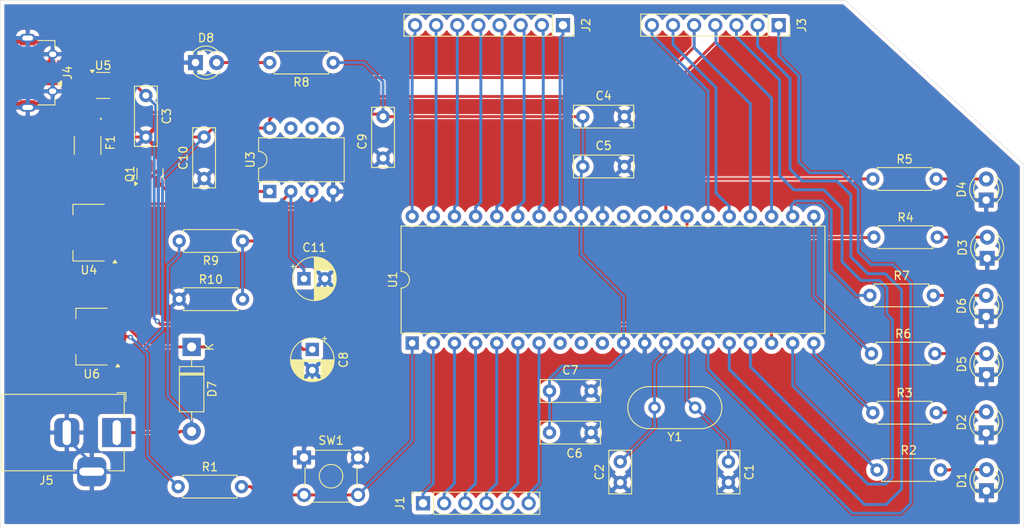
<source format=kicad_pcb>
(kicad_pcb (version 20240108) (generator "pcbnew") (generator_version "8.0")
  (title_block (title "Aula 1 - Carlos Daniel de Souza Nunes"))
  (layers (0 "F.Cu" signal) (31 "B.Cu" signal) (34 "B.Paste" user) (35 "F.Paste" user) (36 "B.SilkS" user "B.Silkscreen") (37 "F.SilkS" user "F.Silkscreen") (38 "B.Mask" user) (39 "F.Mask" user) (44 "Edge.Cuts" user))
  (net 0 "")
  (net 1 "Earth")
  (net 2 "+5V")
  (net 3 "osc2")
  (net 4 "osc1")
  (net 5 "Vusb")
  (net 6 "Net-(D7-K)")
  (net 7 "+3.3V")
  (net 8 "Net-(D1-A)")
  (net 9 "Net-(D2-A)")
  (net 10 "Net-(D3-A)")
  (net 11 "Net-(D4-A)")
  (net 12 "Net-(D5-A)")
  (net 13 "Net-(D6-A)")
  (net 14 "PwrIn")
  (net 15 "Net-(D8-A)")
  (net 16 "Net-(J4-VBUS)")
  (net 17 "RA2")
  (net 18 "RA4")
  (net 19 "RA1")
  (net 20 "RA3")
  (net 21 "RA0")
  (net 22 "RA5")
  (net 23 "RB1")
  (net 24 "RB4")
  (net 25 "RB6")
  (net 26 "RB3")
  (net 27 "RB7")
  (net 28 "RB5")
  (net 29 "RB2")
  (net 30 "RB0")
  (net 31 "RC4")
  (net 32 "RC1")
  (net 33 "RC5")
  (net 34 "RC6")
  (net 35 "RC2")
  (net 36 "RC7")
  (net 37 "RC0")
  (net 39 "USB_VCC")
  (net 40 "Net-(Q1-G)")
  (net 41 "Rst")
  (net 42 "RD0")
  (net 43 "RD1")
  (net 44 "RD4")
  (net 45 "RD5")
  (net 46 "RD2")
  (net 47 "RD3")
  (net 48 "Net-(U3A-+)")
  (net 54 "/USB_D-")
  (net 55 "/USB_D+")
  (footprint "Resistor_THT:R_Axial_DIN0207_L6.3mm_D2.5mm_P7.62mm_Horizontal" (layer "F.Cu") (at 134.88 120)
    (property "Reference" "R1" (at 3.81 -2.37 0) (layer "F.SilkS"))
    (property "Value" "10K")
    (pad "1" thru_hole circle (at 0 0) (size 1.6 1.6) (drill 0.8) (layers "*.Cu" "*.Mask") (net 2 "+5V"))
    (pad "2" thru_hole oval (at 7.62 0) (size 1.6 1.6) (drill 0.8) (layers "*.Cu" "*.Mask") (net 41 "Rst"))
  )
  (footprint "Connector_PinSocket_2.54mm:PinSocket_1x06_P2.54mm_Vertical" (layer "F.Cu") (at 164.3 122 90)
    (property "Reference" "J1" (at 0 -2.77 90) (layer "F.SilkS"))
    (property "Value" "PORTA")
    (pad "1" thru_hole rect (at 0 0 90) (size 1.7 1.7) (drill 1) (layers "*.Cu" "*.Mask") (net 21 "RA0"))
    (pad "2" thru_hole oval (at 0 2.54 90) (size 1.7 1.7) (drill 1) (layers "*.Cu" "*.Mask") (net 19 "RA1"))
    (pad "3" thru_hole oval (at 0 5.08 90) (size 1.7 1.7) (drill 1) (layers "*.Cu" "*.Mask") (net 17 "RA2"))
    (pad "4" thru_hole oval (at 0 7.62 90) (size 1.7 1.7) (drill 1) (layers "*.Cu" "*.Mask") (net 20 "RA3"))
    (pad "5" thru_hole oval (at 0 10.16 90) (size 1.7 1.7) (drill 1) (layers "*.Cu" "*.Mask") (net 18 "RA4"))
    (pad "6" thru_hole oval (at 0 12.7 90) (size 1.7 1.7) (drill 1) (layers "*.Cu" "*.Mask") (net 22 "RA5"))
  )
  (footprint "Resistor_THT:R_Axial_DIN0207_L6.3mm_D2.5mm_P7.62mm_Horizontal" (layer "F.Cu") (at 218.35 83)
    (property "Reference" "R5" (at 3.81 -2.37 0) (layer "F.SilkS"))
    (property "Value" "10K")
    (pad "1" thru_hole circle (at 0 0) (size 1.6 1.6) (drill 0.8) (layers "*.Cu" "*.Mask") (net 45 "RD5"))
    (pad "2" thru_hole oval (at 7.62 0) (size 1.6 1.6) (drill 0.8) (layers "*.Cu" "*.Mask") (net 11 "Net-(D4-A)"))
  )
  (footprint "Capacitor_THT:C_Rect_L7.0mm_W2.5mm_P5.00mm" (layer "F.Cu") (at 183.5 81.5)
    (property "Reference" "C5" (at 2.5 -2.5 0) (layer "F.SilkS"))
    (property "Value" "10n" (hide yes))
    (pad "1" thru_hole circle (at 0 0) (size 1.6 1.6) (drill 0.8) (layers "*.Cu" "*.Mask") (net 2 "+5V"))
    (pad "2" thru_hole circle (at 5 0) (size 1.6 1.6) (drill 0.8) (layers "*.Cu" "*.Mask") (net 1 "Earth"))
  )
  (footprint "Resistor_THT:R_Axial_DIN0207_L6.3mm_D2.5mm_P7.62mm_Horizontal" (layer "F.Cu") (at 218.47 90)
    (property "Reference" "R4" (at 3.81 -2.37 0) (layer "F.SilkS"))
    (property "Value" "10K")
    (pad "1" thru_hole circle (at 0 0) (size 1.6 1.6) (drill 0.8) (layers "*.Cu" "*.Mask") (net 44 "RD4"))
    (pad "2" thru_hole oval (at 7.62 0) (size 1.6 1.6) (drill 0.8) (layers "*.Cu" "*.Mask") (net 10 "Net-(D3-A)"))
  )
  (footprint "Package_TO_SOT_SMD:SOT-223-3_TabPin2" (layer "F.Cu") (at 124.5 101.9575 180)
    (property "Reference" "U6" (at 0 -4.5 0) (layer "F.SilkS"))
    (property "Value" "AMS1117-5.0")
    (pad "1" smd roundrect (at -3.15 -2.3 180) (size 2 1.5) (layers "F.Cu" "F.Paste" "F.Mask") (net 1 "Earth"))
    (pad "2" smd roundrect (at -3.15 0 180) (size 2 1.5) (layers "F.Cu" "F.Paste" "F.Mask") (net 2 "+5V"))
    (pad "2" smd roundrect (at 3.15 0 180) (size 2 3.8) (layers "F.Cu" "F.Paste" "F.Mask") (net 2 "+5V"))
    (pad "3" smd roundrect (at -3.15 2.3 180) (size 2 1.5) (layers "F.Cu" "F.Paste" "F.Mask") (net 6 "Net-(D7-K)"))
  )
  (footprint "Capacitor_THT:C_Rect_L7.0mm_W2.5mm_P5.00mm" (layer "F.Cu") (at 138 77.9575 -90)
    (property "Reference" "C10" (at 2.5 2.5 90) (layer "F.SilkS"))
    (property "Value" "100n" (hide yes))
    (pad "1" thru_hole circle (at 0 0 270) (size 1.6 1.6) (drill 0.8) (layers "*.Cu" "*.Mask") (net 2 "+5V"))
    (pad "2" thru_hole circle (at 5 0 270) (size 1.6 1.6) (drill 0.8) (layers "*.Cu" "*.Mask") (net 1 "Earth"))
  )
  (footprint "Resistor_THT:R_Axial_DIN0207_L6.3mm_D2.5mm_P7.62mm_Horizontal" (layer "F.Cu") (at 218.19 104)
    (property "Reference" "R6" (at 3.81 -2.37 0) (layer "F.SilkS"))
    (property "Value" "10K")
    (pad "1" thru_hole circle (at 0 0) (size 1.6 1.6) (drill 0.8) (layers "*.Cu" "*.Mask") (net 46 "RD2"))
    (pad "2" thru_hole oval (at 7.62 0) (size 1.6 1.6) (drill 0.8) (layers "*.Cu" "*.Mask") (net 12 "Net-(D5-A)"))
  )
  (footprint "Capacitor_THT:C_Rect_L7.0mm_W2.5mm_P5.00mm" (layer "F.Cu") (at 179.5 113.5)
    (property "Reference" "C6" (at 3 2.5 0) (layer "F.SilkS"))
    (property "Value" "100n" (hide yes))
    (pad "1" thru_hole circle (at 0 0) (size 1.6 1.6) (drill 0.8) (layers "*.Cu" "*.Mask") (net 2 "+5V"))
    (pad "2" thru_hole circle (at 5 0) (size 1.6 1.6) (drill 0.8) (layers "*.Cu" "*.Mask") (net 1 "Earth"))
  )
  (footprint "Library:FUSM4632X85" (layer "F.Cu") (at 124 78.9575 -90)
    (property "Reference" "F1" (at -0.325475 -2.738945 90) (layer "F.SilkS") (effects (font (size 1.001441 1.001441))))
    (property "Value" "MF-MSMF050-2" (hide yes))
    (pad "1" smd rect (at -2.1 0 270) (size 1.5 3.2) (layers "F.Cu" "F.Paste" "F.Mask") (net 16 "Net-(J4-VBUS)"))
    (pad "2" smd rect (at 2.1 0 270) (size 1.5 3.2) (layers "F.Cu" "F.Paste" "F.Mask") (net 39 "USB_VCC"))
  )
  (footprint "Connector_PinSocket_2.54mm:PinSocket_1x07_P2.54mm_Vertical" (layer "F.Cu") (at 207.04 64.5 -90)
    (property "Reference" "J3" (at 0 -2.77 90) (layer "F.SilkS"))
    (property "Value" "PORTC")
    (pad "1" thru_hole rect (at 0 0 270) (size 1.7 1.7) (drill 1) (layers "*.Cu" "*.Mask") (net 37 "RC0"))
    (pad "2" thru_hole oval (at 0 2.54 270) (size 1.7 1.7) (drill 1) (layers "*.Cu" "*.Mask") (net 32 "RC1"))
    (pad "3" thru_hole oval (at 0 5.08 270) (size 1.7 1.7) (drill 1) (layers "*.Cu" "*.Mask") (net 35 "RC2"))
    (pad "4" thru_hole oval (at 0 7.62 270) (size 1.7 1.7) (drill 1) (layers "*.Cu" "*.Mask") (net 31 "RC4"))
    (pad "5" thru_hole oval (at 0 10.16 270) (size 1.7 1.7) (drill 1) (layers "*.Cu" "*.Mask") (net 33 "RC5"))
    (pad "6" thru_hole oval (at 0 12.7 270) (size 1.7 1.7) (drill 1) (layers "*.Cu" "*.Mask") (net 34 "RC6"))
    (pad "7" thru_hole oval (at 0 15.24 270) (size 1.7 1.7) (drill 1) (layers "*.Cu" "*.Mask") (net 36 "RC7"))
  )
  (footprint "LED_THT:LED_D3.0mm" (layer "F.Cu") (at 231.97 99.54 90)
    (property "Reference" "D6" (at 1.27 -2.96 90) (layer "F.SilkS"))
    (property "Value" "RD0")
    (pad "1" thru_hole rect (at 0 0 90) (size 1.8 1.8) (drill 0.9) (layers "*.Cu" "*.Mask") (net 1 "Earth"))
    (pad "2" thru_hole circle (at 2.54 0 90) (size 1.8 1.8) (drill 0.9) (layers "*.Cu" "*.Mask") (net 13 "Net-(D6-A)"))
  )
  (footprint "Package_DIP:DIP-8_W7.62mm" (layer "F.Cu") (at 145.88 84.5 90)
    (property "Reference" "U3" (at 3.81 -2.33 90) (layer "F.SilkS"))
    (property "Value" "LM358" (hide yes))
    (pad "1" thru_hole rect (at 0 0 90) (size 1.6 1.6) (drill 0.8) (layers "*.Cu" "*.Mask") (net 40 "Net-(Q1-G)"))
    (pad "2" thru_hole oval (at 0 2.54 90) (size 1.6 1.6) (drill 0.8) (layers "*.Cu" "*.Mask") (net 7 "+3.3V"))
    (pad "3" thru_hole oval (at 0 5.08 90) (size 1.6 1.6) (drill 0.8) (layers "*.Cu" "*.Mask") (net 48 "Net-(U3A-+)"))
    (pad "4" thru_hole oval (at 0 7.62 90) (size 1.6 1.6) (drill 0.8) (layers "*.Cu" "*.Mask") (net 1 "Earth"))
    (pad "5" thru_hole oval (at 7.62 7.62 90) (size 1.6 1.6) (drill 0.8) (layers "*.Cu" "*.Mask"))
    (pad "6" thru_hole oval (at 7.62 5.08 90) (size 1.6 1.6) (drill 0.8) (layers "*.Cu" "*.Mask"))
    (pad "7" thru_hole oval (at 7.62 2.54 90) (size 1.6 1.6) (drill 0.8) (layers "*.Cu" "*.Mask"))
    (pad "8" thru_hole oval (at 7.62 0 90) (size 1.6 1.6) (drill 0.8) (layers "*.Cu" "*.Mask") (net 2 "+5V"))
  )
  (footprint "Capacitor_THT:C_Rect_L7.0mm_W2.5mm_P5.00mm" (layer "F.Cu") (at 131 72.9575 -90)
    (property "Reference" "C3" (at 2.5 -2.5 90) (layer "F.SilkS"))
    (property "Value" "220n" (hide yes))
    (pad "1" thru_hole circle (at 0 0 270) (size 1.6 1.6) (drill 0.8) (layers "*.Cu" "*.Mask") (net 5 "Vusb"))
    (pad "2" thru_hole circle (at 5 0 270) (size 1.6 1.6) (drill 0.8) (layers "*.Cu" "*.Mask") (net 1 "Earth"))
  )
  (footprint "Capacitor_THT:C_Disc_D5.0mm_W2.5mm_P2.50mm" (layer "F.Cu") (at 201 117 -90)
    (property "Reference" "C1" (at 1.25 -2.5 90) (layer "F.SilkS"))
    (property "Value" "22p")
    (pad "1" thru_hole circle (at 0 0 270) (size 1.6 1.6) (drill 0.8) (layers "*.Cu" "*.Mask") (net 3 "osc2"))
    (pad "2" thru_hole circle (at 2.5 0 270) (size 1.6 1.6) (drill 0.8) (layers "*.Cu" "*.Mask") (net 1 "Earth"))
  )
  (footprint "Capacitor_THT:C_Rect_L7.0mm_W2.5mm_P5.00mm" (layer "F.Cu") (at 159.5 75.5 -90)
    (property "Reference" "C9" (at 3 2.5 90) (layer "F.SilkS"))
    (property "Value" "100n" (hide yes))
    (pad "1" thru_hole circle (at 0 0 270) (size 1.6 1.6) (drill 0.8) (layers "*.Cu" "*.Mask") (net 2 "+5V"))
    (pad "2" thru_hole circle (at 5 0 270) (size 1.6 1.6) (drill 0.8) (layers "*.Cu" "*.Mask") (net 1 "Earth"))
  )
  (footprint "Resistor_THT:R_Axial_DIN0207_L6.3mm_D2.5mm_P7.62mm_Horizontal" (layer "F.Cu") (at 153.5 69 180)
    (property "Reference" "R8" (at 3.81 -2.37 0) (layer "F.SilkS"))
    (property "Value" "470")
    (pad "1" thru_hole circle (at 0 0 180) (size 1.6 1.6) (drill 0.8) (layers "*.Cu" "*.Mask") (net 2 "+5V"))
    (pad "2" thru_hole oval (at 7.62 0 180) (size 1.6 1.6) (drill 0.8) (layers "*.Cu" "*.Mask") (net 15 "Net-(D8-A)"))
  )
  (footprint "LED_THT:LED_D3.0mm" (layer "F.Cu") (at 232 120.5 90)
    (property "Reference" "D1" (at 1.27 -2.96 90) (layer "F.SilkS"))
    (property "Value" "RD0")
    (pad "1" thru_hole rect (at 0 0 90) (size 1.8 1.8) (drill 0.9) (layers "*.Cu" "*.Mask") (net 1 "Earth"))
    (pad "2" thru_hole circle (at 2.54 0 90) (size 1.8 1.8) (drill 0.9) (layers "*.Cu" "*.Mask") (net 8 "Net-(D1-A)"))
  )
  (footprint "Connector_PinSocket_2.54mm:PinSocket_1x08_P2.54mm_Vertical" (layer "F.Cu") (at 181.12 64.5 -90)
    (property "Reference" "J2" (at 0 -2.77 90) (layer "F.SilkS"))
    (property "Value" "PORTB")
    (pad "1" thru_hole rect (at 0 0 270) (size 1.7 1.7) (drill 1) (layers "*.Cu" "*.Mask") (net 30 "RB0"))
    (pad "2" thru_hole oval (at 0 2.54 270) (size 1.7 1.7) (drill 1) (layers "*.Cu" "*.Mask") (net 23 "RB1"))
    (pad "3" thru_hole oval (at 0 5.08 270) (size 1.7 1.7) (drill 1) (layers "*.Cu" "*.Mask") (net 29 "RB2"))
    (pad "4" thru_hole oval (at 0 7.62 270) (size 1.7 1.7) (drill 1) (layers "*.Cu" "*.Mask") (net 26 "RB3"))
    (pad "5" thru_hole oval (at 0 10.16 270) (size 1.7 1.7) (drill 1) (layers "*.Cu" "*.Mask") (net 24 "RB4"))
    (pad "6" thru_hole oval (at 0 12.7 270) (size 1.7 1.7) (drill 1) (layers "*.Cu" "*.Mask") (net 28 "RB5"))
    (pad "7" thru_hole oval (at 0 15.24 270) (size 1.7 1.7) (drill 1) (layers "*.Cu" "*.Mask") (net 25 "RB6"))
    (pad "8" thru_hole oval (at 0 17.78 270) (size 1.7 1.7) (drill 1) (layers "*.Cu" "*.Mask") (net 27 "RB7"))
  )
  (footprint "LED_THT:LED_D3.0mm" (layer "F.Cu") (at 136.96 69)
    (property "Reference" "D8" (at 1.27 -2.96 0) (layer "F.SilkS"))
    (property "Value" "RD0" (hide yes))
    (pad "1" thru_hole rect (at 0 0) (size 1.8 1.8) (drill 0.9) (layers "*.Cu" "*.Mask") (net 1 "Earth"))
    (pad "2" thru_hole circle (at 2.54 0) (size 1.8 1.8) (drill 0.9) (layers "*.Cu" "*.Mask") (net 15 "Net-(D8-A)"))
  )
  (footprint "Crystal:Crystal_HC49-U_Vertical" (layer "F.Cu") (at 197 110.5 180)
    (property "Reference" "Y1" (at 2.44 -3.525 0) (layer "F.SilkS"))
    (property "Value" "16MHz")
    (pad "1" thru_hole circle (at 0 0 180) (size 1.5 1.5) (drill 0.8) (layers "*.Cu" "*.Mask") (net 3 "osc2"))
    (pad "2" thru_hole circle (at 4.88 0 180) (size 1.5 1.5) (drill 0.8) (layers "*.Cu" "*.Mask") (net 4 "osc1"))
  )
  (footprint "LED_THT:LED_D3.0mm" (layer "F.Cu") (at 231.97 113.54 90)
    (property "Reference" "D2" (at 1.27 -2.96 90) (layer "F.SilkS"))
    (property "Value" "RD0")
    (pad "1" thru_hole rect (at 0 0 90) (size 1.8 1.8) (drill 0.9) (layers "*.Cu" "*.Mask") (net 1 "Earth"))
    (pad "2" thru_hole circle (at 2.54 0 90) (size 1.8 1.8) (drill 0.9) (layers "*.Cu" "*.Mask") (net 9 "Net-(D2-A)"))
  )
  (footprint "Capacitor_THT:CP_Radial_D5.0mm_P2.50mm" (layer "F.Cu") (at 150 95)
    (property "Reference" "C11" (at 1.25 -3.75 0) (layer "F.SilkS"))
    (property "Value" "10u")
    (pad "1" thru_hole rect (at 0 0) (size 1.6 1.6) (drill 0.8) (layers "*.Cu" "*.Mask") (net 7 "+3.3V"))
    (pad "2" thru_hole circle (at 2.5 0) (size 1.6 1.6) (drill 0.8) (layers "*.Cu" "*.Mask") (net 1 "Earth"))
  )
  (footprint "Package_TO_SOT_SMD:SOT-223-3_TabPin2" (layer "F.Cu") (at 124.15 89.4575 180)
    (property "Reference" "U4" (at 0 -4.5 0) (layer "F.SilkS"))
    (property "Value" "AMS1117-3.3")
    (pad "1" smd roundrect (at -3.15 -2.3 180) (size 2 1.5) (layers "F.Cu" "F.Paste" "F.Mask") (net 1 "Earth"))
    (pad "2" smd roundrect (at -3.15 0 180) (size 2 1.5) (layers "F.Cu" "F.Paste" "F.Mask") (net 7 "+3.3V"))
    (pad "2" smd roundrect (at 3.15 0 180) (size 2 3.8) (layers "F.Cu" "F.Paste" "F.Mask") (net 7 "+3.3V"))
    (pad "3" smd roundrect (at -3.15 2.3 180) (size 2 1.5) (layers "F.Cu" "F.Paste" "F.Mask") (net 2 "+5V"))
  )
  (footprint "Resistor_THT:R_Axial_DIN0207_L6.3mm_D2.5mm_P7.62mm_Horizontal" (layer "F.Cu") (at 135 97.4575)
    (property "Reference" "R10" (at 3.81 -2.37 0) (layer "F.SilkS"))
    (property "Value" "10k" (hide yes))
    (pad "1" thru_hole circle (at 0 0) (size 1.6 1.6) (drill 0.8) (layers "*.Cu" "*.Mask") (net 1 "Earth"))
    (pad "2" thru_hole oval (at 7.62 0) (size 1.6 1.6) (drill 0.8) (layers "*.Cu" "*.Mask") (net 48 "Net-(U3A-+)"))
  )
  (footprint "LED_THT:LED_D3.0mm" (layer "F.Cu") (at 232.09 92.54 90)
    (property "Reference" "D3" (at 1.27 -2.96 90) (layer "F.SilkS"))
    (property "Value" "RD0")
    (pad "1" thru_hole rect (at 0 0 90) (size 1.8 1.8) (drill 0.9) (layers "*.Cu" "*.Mask") (net 1 "Earth"))
    (pad "2" thru_hole circle (at 2.54 0 90) (size 1.8 1.8) (drill 0.9) (layers "*.Cu" "*.Mask") (net 10 "Net-(D3-A)"))
  )
  (footprint "Resistor_THT:R_Axial_DIN0207_L6.3mm_D2.5mm_P7.62mm_Horizontal" (layer "F.Cu") (at 218.35 111.11)
    (property "Reference" "R3" (at 3.81 -2.37 0) (layer "F.SilkS"))
    (property "Value" "10K")
    (pad "1" thru_hole circle (at 0 0) (size 1.6 1.6) (drill 0.8) (layers "*.Cu" "*.Mask") (net 43 "RD1"))
    (pad "2" thru_hole oval (at 7.62 0) (size 1.6 1.6) (drill 0.8) (layers "*.Cu" "*.Mask") (net 9 "Net-(D2-A)"))
  )
  (footprint "Capacitor_THT:C_Rect_L7.0mm_W2.5mm_P5.00mm" (layer "F.Cu") (at 183.5 75.5)
    (property "Reference" "C4" (at 2.5 -2.5 0) (layer "F.SilkS"))
    (property "Value" "100n" (hide yes))
    (pad "1" thru_hole circle (at 0 0) (size 1.6 1.6) (drill 0.8) (layers "*.Cu" "*.Mask") (net 2 "+5V"))
    (pad "2" thru_hole circle (at 5 0) (size 1.6 1.6) (drill 0.8) (layers "*.Cu" "*.Mask") (net 1 "Earth"))
  )
  (footprint "Resistor_THT:R_Axial_DIN0207_L6.3mm_D2.5mm_P7.62mm_Horizontal" (layer "F.Cu") (at 142.62 90.4575 180)
    (property "Reference" "R9" (at 3.81 -2.37 0) (layer "F.SilkS"))
    (property "Value" "10k" (hide yes))
    (pad "1" thru_hole circle (at 0 0 180) (size 1.6 1.6) (drill 0.8) (layers "*.Cu" "*.Mask") (net 48 "Net-(U3A-+)"))
    (pad "2" thru_hole oval (at 7.62 0 180) (size 1.6 1.6) (drill 0.8) (layers "*.Cu" "*.Mask") (net 14 "PwrIn"))
  )
  (footprint "Capacitor_THT:CP_Radial_D5.0mm_P2.50mm" (layer "F.Cu") (at 151 103.5 -90)
    (property "Reference" "C8" (at 1.25 -3.75 90) (layer "F.SilkS"))
    (property "Value" "10u")
    (pad "1" thru_hole rect (at 0 0 270) (size 1.6 1.6) (drill 0.8) (layers "*.Cu" "*.Mask") (net 6 "Net-(D7-K)"))
    (pad "2" thru_hole circle (at 2.5 0 270) (size 1.6 1.6) (drill 0.8) (layers "*.Cu" "*.Mask") (net 1 "Earth"))
  )
  (footprint "LED_THT:LED_D3.0mm" (layer "F.Cu") (at 232 106.54 90)
    (property "Reference" "D5" (at 1.27 -2.96 90) (layer "F.SilkS"))
    (property "Value" "RD0")
    (pad "1" thru_hole rect (at 0 0 90) (size 1.8 1.8) (drill 0.9) (layers "*.Cu" "*.Mask") (net 1 "Earth"))
    (pad "2" thru_hole circle (at 2.54 0 90) (size 1.8 1.8) (drill 0.9) (layers "*.Cu" "*.Mask") (net 12 "Net-(D5-A)"))
  )
  (footprint "Package_TO_SOT_SMD:SOT-23" (layer "F.Cu") (at 131.5 82.395 90)
    (property "Reference" "Q1" (at 0 -2.4 90) (layer "F.SilkS"))
    (property "Value" "PMOS" (hide yes))
    (pad "1" smd roundrect (at -0.9375 -0.95 90) (size 1.475 0.6) (layers "F.Cu" "F.Paste" "F.Mask") (net 2 "+5V"))
    (pad "2" smd roundrect (at -0.9375 0.95 90) (size 1.475 0.6) (layers "F.Cu" "F.Paste" "F.Mask") (net 40 "Net-(Q1-G)"))
    (pad "3" smd roundrect (at 0.9375 0 90) (size 1.475 0.6) (layers "F.Cu" "F.Paste" "F.Mask") (net 39 "USB_VCC"))
  )
  (footprint "Capacitor_THT:C_Disc_D5.0mm_W2.5mm_P2.50mm" (layer "F.Cu") (at 188 119.5 90)
    (property "Reference" "C2" (at 1.25 -2.5 90) (layer "F.SilkS"))
    (property "Value" "22p")
    (pad "1" thru_hole circle (at 0 0 90) (size 1.6 1.6) (drill 0.8) (layers "*.Cu" "*.Mask") (net 1 "Earth"))
    (pad "2" thru_hole circle (at 2.5 0 90) (size 1.6 1.6) (drill 0.8) (layers "*.Cu" "*.Mask") (net 4 "osc1"))
  )
  (footprint "Button_Switch_THT:SW_TH_Tactile_Omron_B3F-10xx" (layer "F.Cu") (at 150 116.5)
    (property "Reference" "SW1" (at 3.25 -2.05 0) (layer "F.SilkS"))
    (property "Value" "reset" (hide yes))
    (pad "1" thru_hole rect (at 0 0) (size 1.7 1.7) (drill 1) (layers "*.Cu" "*.Mask") (net 1 "Earth"))
    (pad "1" thru_hole circle (at 6.5 0) (size 1.7 1.7) (drill 1) (layers "*.Cu" "*.Mask") (net 1 "Earth"))
    (pad "2" thru_hole circle (at 0 4.5) (size 1.7 1.7) (drill 1) (layers "*.Cu" "*.Mask") (net 41 "Rst"))
    (pad "2" thru_hole circle (at 6.5 4.5) (size 1.7 1.7) (drill 1) (layers "*.Cu" "*.Mask") (net 41 "Rst"))
  )
  (footprint "Diode_THT:D_DO-41_SOD81_P10.16mm_Horizontal" (layer "F.Cu") (at 136.5 103.2 -90)
    (property "Reference" "D7" (at 5.08 -2.47 90) (layer "F.SilkS"))
    (property "Value" "D_Small" (hide yes))
    (fp_text user "K" (at 0 -2.1 90) (layer "F.SilkS"))
    (pad "1" thru_hole rect (at 0 0 270) (size 2.2 2.2) (drill 1.1) (layers "*.Cu" "*.Mask") (net 6 "Net-(D7-K)"))
    (pad "2" thru_hole oval (at 10.16 0 270) (size 2.2 2.2) (drill 1.1) (layers "*.Cu" "*.Mask") (net 14 "PwrIn"))
  )
  (footprint "LED_THT:LED_D3.0mm" (layer "F.Cu") (at 231.97 85.54 90)
    (property "Reference" "D4" (at 1.27 -2.96 90) (layer "F.SilkS"))
    (property "Value" "RD0")
    (pad "1" thru_hole rect (at 0 0 90) (size 1.8 1.8) (drill 0.9) (layers "*.Cu" "*.Mask") (net 1 "Earth"))
    (pad "2" thru_hole circle (at 2.54 0 90) (size 1.8 1.8) (drill 0.9) (layers "*.Cu" "*.Mask") (net 11 "Net-(D4-A)"))
  )
  (footprint "Package_DIP:DIP-40_W15.24mm" (layer "F.Cu") (at 163 102.74 90)
    (property "Reference" "U1" (at 7.62 -2.33 90) (layer "F.SilkS"))
    (property "Value" "PIC18F4550-IP")
    (pad "1" thru_hole rect (at 0 0 90) (size 1.6 1.6) (drill 0.8) (layers "*.Cu" "*.Mask") (net 41 "Rst"))
    (pad "2" thru_hole oval (at 0 2.54 90) (size 1.6 1.6) (drill 0.8) (layers "*.Cu" "*.Mask") (net 21 "RA0"))
    (pad "3" thru_hole oval (at 0 5.08 90) (size 1.6 1.6) (drill 0.8) (layers "*.Cu" "*.Mask") (net 19 "RA1"))
    (pad "4" thru_hole oval (at 0 7.62 90) (size 1.6 1.6) (drill 0.8) (layers "*.Cu" "*.Mask") (net 17 "RA2"))
    (pad "5" thru_hole oval (at 0 10.16 90) (size 1.6 1.6) (drill 0.8) (layers "*.Cu" "*.Mask") (net 20 "RA3"))
    (pad "6" thru_hole oval (at 0 12.7 90) (size 1.6 1.6) (drill 0.8) (layers "*.Cu" "*.Mask") (net 18 "RA4"))
    (pad "7" thru_hole oval (at 0 15.24 90) (size 1.6 1.6) (drill 0.8) (layers "*.Cu" "*.Mask") (net 22 "RA5"))
    (pad "8" thru_hole oval (at 0 17.78 90) (size 1.6 1.6) (drill 0.8) (layers "*.Cu" "*.Mask"))
    (pad "9" thru_hole oval (at 0 20.32 90) (size 1.6 1.6) (drill 0.8) (layers "*.Cu" "*.Mask"))
    (pad "10" thru_hole oval (at 0 22.86 90) (size 1.6 1.6) (drill 0.8) (layers "*.Cu" "*.Mask"))
    (pad "11" thru_hole oval (at 0 25.4 90) (size 1.6 1.6) (drill 0.8) (layers "*.Cu" "*.Mask") (net 2 "+5V"))
    (pad "12" thru_hole oval (at 0 27.94 90) (size 1.6 1.6) (drill 0.8) (layers "*.Cu" "*.Mask") (net 1 "Earth"))
    (pad "13" thru_hole oval (at 0 30.48 90) (size 1.6 1.6) (drill 0.8) (layers "*.Cu" "*.Mask") (net 4 "osc1"))
    (pad "14" thru_hole oval (at 0 33.02 90) (size 1.6 1.6) (drill 0.8) (layers "*.Cu" "*.Mask") (net 3 "osc2"))
    (pad "15" thru_hole oval (at 0 35.56 90) (size 1.6 1.6) (drill 0.8) (layers "*.Cu" "*.Mask") (net 37 "RC0"))
    (pad "16" thru_hole oval (at 0 38.1 90) (size 1.6 1.6) (drill 0.8) (layers "*.Cu" "*.Mask") (net 32 "RC1"))
    (pad "17" thru_hole oval (at 0 40.64 90) (size 1.6 1.6) (drill 0.8) (layers "*.Cu" "*.Mask") (net 35 "RC2"))
    (pad "18" thru_hole oval (at 0 43.18 90) (size 1.6 1.6) (drill 0.8) (layers "*.Cu" "*.Mask") (net 5 "Vusb"))
    (pad "19" thru_hole oval (at 0 45.72 90) (size 1.6 1.6) (drill 0.8) (layers "*.Cu" "*.Mask") (net 42 "RD0"))
    (pad "20" thru_hole oval (at 0 48.26 90) (size 1.6 1.6) (drill 0.8) (layers "*.Cu" "*.Mask") (net 43 "RD1"))
    (pad "21" thru_hole oval (at 15.24 48.26 90) (size 1.6 1.6) (drill 0.8) (layers "*.Cu" "*.Mask") (net 46 "RD2"))
    (pad "22" thru_hole oval (at 15.24 45.72 90) (size 1.6 1.6) (drill 0.8) (layers "*.Cu" "*.Mask") (net 47 "RD3"))
    (pad "23" thru_hole oval (at 15.24 43.18 90) (size 1.6 1.6) (drill 0.8) (layers "*.Cu" "*.Mask") (net 31 "RC4"))
    (pad "24" thru_hole oval (at 15.24 40.64 90) (size 1.6 1.6) (drill 0.8) (layers "*.Cu" "*.Mask") (net 33 "RC5"))
    (pad "25" thru_hole oval (at 15.24 38.1 90) (size 1.6 1.6) (drill 0.8) (layers "*.Cu" "*.Mask") (net 34 "RC6"))
    (pad "26" thru_hole oval (at 15.24 35.56 90) (size 1.6 1.6) (drill 0.8) (layers "*.Cu" "*.Mask") (net 36 "RC7"))
    (pad "27" thru_hole oval (at 15.24 33.02 90) (size 1.6 1.6) (drill 0.8) (layers "*.Cu" "*.Mask") (net 44 "RD4"))
    (pad "28" thru_hole oval (at 15.24 30.48 90) (size 1.6 1.6) (drill 0.8) (layers "*.Cu" "*.Mask") (net 45 "RD5"))
    (pad "29" thru_hole oval (at 15.24 27.94 90) (size 1.6 1.6) (drill 0.8) (layers "*.Cu" "*.Mask"))
    (pad "30" thru_hole oval (at 15.24 25.4 90) (size 1.6 1.6) (drill 0.8) (layers "*.Cu" "*.Mask"))
    (pad "31" thru_hole oval (at 15.24 22.86 90) (size 1.6 1.6) (drill 0.8) (layers "*.Cu" "*.Mask") (net 1 "Earth"))
    (pad "32" thru_hole oval (at 15.24 20.32 90) (size 1.6 1.6) (drill 0.8) (layers "*.Cu" "*.Mask") (net 2 "+5V"))
    (pad "33" thru_hole oval (at 15.24 17.78 90) (size 1.6 1.6) (drill 0.8) (layers "*.Cu" "*.Mask") (net 30 "RB0"))
    (pad "34" thru_hole oval (at 15.24 15.24 90) (size 1.6 1.6) (drill 0.8) (layers "*.Cu" "*.Mask") (net 23 "RB1"))
    (pad "35" thru_hole oval (at 15.24 12.7 90) (size 1.6 1.6) (drill 0.8) (layers "*.Cu" "*.Mask") (net 29 "RB2"))
    (pad "36" thru_hole oval (at 15.24 10.16 90) (size 1.6 1.6) (drill 0.8) (layers "*.Cu" "*.Mask") (net 26 "RB3"))
    (pad "37" thru_hole oval (at 15.24 7.62 90) (size 1.6 1.6) (drill 0.8) (layers "*.Cu" "*.Mask") (net 24 "RB4"))
    (pad "38" thru_hole oval (at 15.24 5.08 90) (size 1.6 1.6) (drill 0.8) (layers "*.Cu" "*.Mask") (net 28 "RB5"))
    (pad "39" thru_hole oval (at 15.24 2.54 90) (size 1.6 1.6) (drill 0.8) (layers "*.Cu" "*.Mask") (net 25 "RB6"))
    (pad "40" thru_hole oval (at 15.24 0 90) (size 1.6 1.6) (drill 0.8) (layers "*.Cu" "*.Mask") (net 27 "RB7"))
  )
  (footprint "Connector_BarrelJack:BarrelJack_Horizontal" (layer "F.Cu") (at 127.5 113.5)
    (property "Reference" "J5" (at -8.45 5.75 0) (layer "F.SilkS"))
    (property "Value" "Barrel_Jack_Switch" (hide yes))
    (pad "1" thru_hole rect (at 0 0) (size 3.5 3.5) (drill oval 1 3) (layers "*.Cu" "*.Mask") (net 14 "PwrIn"))
    (pad "2" thru_hole roundrect (at -6 0) (size 3 3.5) (drill oval 1 3) (layers "*.Cu" "*.Mask") (net 1 "Earth"))
    (pad "3" thru_hole roundrect (at -3 4.7) (size 3.5 3.5) (drill oval 3 1) (layers "*.Cu" "*.Mask") (net 1 "Earth"))
  )
  (footprint "Connector_USB:USB_Micro-AB_Molex_47590-0001" (layer "F.Cu") (at 116.45 70.225 -90)
    (property "Reference" "J4" (at 0 -5.15 90) (layer "F.SilkS"))
    (property "Value" "USB" (hide yes))
    (pad "1" smd roundrect (at 1.3 -3.025 270) (size 0.4 1.35) (layers "F.Cu" "F.Paste" "F.Mask") (net 16 "Net-(J4-VBUS)"))
    (pad "2" smd roundrect (at 0.65 -3.025 270) (size 0.4 1.35) (layers "F.Cu" "F.Paste" "F.Mask") (net 54 "/USB_D-"))
    (pad "3" smd roundrect (at 0 -3.025 270) (size 0.4 1.35) (layers "F.Cu" "F.Paste" "F.Mask") (net 55 "/USB_D+"))
    (pad "4" smd roundrect (at -0.65 -3.025 270) (size 0.4 1.35) (layers "F.Cu" "F.Paste" "F.Mask"))
    (pad "5" smd roundrect (at -1.3 -3.025 270) (size 0.4 1.35) (layers "F.Cu" "F.Paste" "F.Mask") (net 1 "Earth"))
    (pad "6" thru_hole oval (at -4.175 -0.35 270) (size 1 1.9) (drill oval 0.6 1.3) (property pad_prop_heatsink) (layers "*.Cu" "*.Mask") (net 1 "Earth"))
    (pad "6" smd rect (at -3.7375 -0.35 270) (size 0.875 1.9) (layers "F.Cu" "F.Mask") (net 1 "Earth"))
    (pad "6" thru_hole oval (at -2.225 -3.35 270) (size 1.05 1.25) (drill oval 0.65 0.85) (property pad_prop_heatsink) (layers "*.Cu" "*.Mask") (net 1 "Earth"))
    (pad "6" smd roundrect (at 0 -0.35 270) (size 2.9 1.9) (layers "F.Cu" "F.Paste" "F.Mask") (roundrect_rratio 0.1315789474) (net 1 "Earth"))
    (pad "6" thru_hole oval (at 2.225 -3.35 270) (size 1.05 1.25) (drill oval 0.65 0.85) (property pad_prop_heatsink) (layers "*.Cu" "*.Mask") (net 1 "Earth"))
    (pad "6" smd rect (at 3.7375 -0.35 270) (size 0.875 1.9) (layers "F.Cu" "F.Mask") (net 1 "Earth"))
    (pad "6" thru_hole oval (at 4.175 -0.35 270) (size 1 1.9) (drill oval 0.6 1.3) (property pad_prop_heatsink) (layers "*.Cu" "*.Mask") (net 1 "Earth"))
  )
  (footprint "Capacitor_THT:C_Rect_L7.0mm_W2.5mm_P5.00mm" (layer "F.Cu") (at 179.5 108.5)
    (property "Reference" "C7" (at 2.5 -2.5 0) (layer "F.SilkS"))
    (property "Value" "10n" (hide yes))
    (pad "1" thru_hole circle (at 0 0) (size 1.6 1.6) (drill 0.8) (layers "*.Cu" "*.Mask") (net 2 "+5V"))
    (pad "2" thru_hole circle (at 5 0) (size 1.6 1.6) (drill 0.8) (layers "*.Cu" "*.Mask") (net 1 "Earth"))
  )
  (footprint "Package_TO_SOT_SMD:SOT-23-6" (layer "F.Cu") (at 125.8625 71.75)
    (property "Reference" "U5" (at 0 -2.4 0) (layer "F.SilkS"))
    (property "Value" "USBLC6-2SC6" (hide yes))
    (pad "1" smd roundrect (at -1.1375 -0.95) (size 1.325 0.6) (layers "F.Cu" "F.Paste" "F.Mask") (net 55 "/USB_D+"))
    (pad "2" smd roundrect (at -1.1375 0) (size 1.325 0.6) (layers "F.Cu" "F.Paste" "F.Mask") (net 1 "Earth"))
    (pad "3" smd roundrect (at -1.1375 0.95) (size 1.325 0.6) (layers "F.Cu" "F.Paste" "F.Mask") (net 54 "/USB_D-"))
    (pad "4" smd roundrect (at 1.1375 0.95) (size 1.325 0.6) (layers "F.Cu" "F.Paste" "F.Mask") (net 31 "RC4"))
    (pad "5" smd roundrect (at 1.1375 0) (size 1.325 0.6) (layers "F.Cu" "F.Paste" "F.Mask") (net 5 "Vusb"))
    (pad "6" smd roundrect (at 1.1375 -0.95) (size 1.325 0.6) (layers "F.Cu" "F.Paste" "F.Mask") (net 33 "RC5"))
  )
  (footprint "Resistor_THT:R_Axial_DIN0207_L6.3mm_D2.5mm_P7.62mm_Horizontal" (layer "F.Cu") (at 218 97)
    (property "Reference" "R7" (at 3.81 -2.37 0) (layer "F.SilkS"))
    (property "Value" "10K")
    (pad "1" thru_hole circle (at 0 0) (size 1.6 1.6) (drill 0.8) (layers "*.Cu" "*.Mask") (net 47 "RD3"))
    (pad "2" thru_hole oval (at 7.62 0) (size 1.6 1.6) (drill 0.8) (layers "*.Cu" "*.Mask") (net 13 "Net-(D6-A)"))
  )
  (footprint "Resistor_THT:R_Axial_DIN0207_L6.3mm_D2.5mm_P7.62mm_Horizontal" (layer "F.Cu") (at 218.85 118)
    (property "Reference" "R2" (at 3.81 -2.37 0) (layer "F.SilkS"))
    (property "Value" "10K")
    (pad "1" thru_hole circle (at 0 0) (size 1.6 1.6) (drill 0.8) (layers "*.Cu" "*.Mask") (net 42 "RD0"))
    (pad "2" thru_hole oval (at 7.62 0) (size 1.6 1.6) (drill 0.8) (layers "*.Cu" "*.Mask") (net 8 "Net-(D1-A)"))
  )
  (gr_poly (pts (xy 215 61.5) (xy 236.5 81.25) (xy 236.5 125) (xy 113.5 125) (xy 113.5 61.5)) (stroke (width 0.05)) (fill none) (layer "Edge.Cuts"))
  (segment (start 125.6 71.75) (end 125.85 72) (width 0.35) (layer "F.Cu") (net 1))
  (segment (start 117.5 74.4) (end 117.5 73.9625) (width 0.35) (layer "F.Cu") (net 1))
  (segment (start 125.85 72) (end 125.85 75) (width 0.35) (layer "F.Cu") (net 1))
  (segment (start 117.5 66.4875) (end 117.5 66.05) (width 0.35) (layer "F.Cu") (net 1))
  (segment (start 127.65 104.258) (end 127.65 104.2575) (width 0.2) (layer "F.Cu") (net 1))
  (segment (start 131 77.9575) (end 131 78) (width 0.35) (layer "F.Cu") (net 1))
  (segment (start 128.8075 77.9575) (end 131 77.9575) (width 0.35) (layer "F.Cu") (net 1))
  (segment (start 124.725 71.75) (end 125.6 71.75) (width 0.35) (layer "F.Cu") (net 1))
  (segment (start 119.475 68.325) (end 119.8 68) (width 0.35) (layer "F.Cu") (net 1))
  (segment (start 119.475 68.925) (end 119.475 68.325) (width 0.35) (layer "F.Cu") (net 1))
  (segment (start 159.68 80.3197) (end 159.5 80.5) (width 0.35) (layer "F.Cu") (net 1))
  (segment (start 125.85 75) (end 128.8075 77.9575) (width 0.35) (layer "F.Cu") (net 1))
  (segment (start 150 115.348) (end 151 114.348) (width 0.35) (layer "B.Cu") (net 1))
  (segment (start 151 106) (end 152.5 104.5) (width 0.35) (layer "B.Cu") (net 1))
  (segment (start 122.5 115.2) (end 122.5 113.5) (width 0.35) (layer "B.Cu") (net 1))
  (segment (start 150 116.5) (end 150 115.348) (width 0.35) (layer "B.Cu") (net 1))
  (segment (start 151 114.348) (end 151 106) (width 0.35) (layer "B.Cu") (net 1))
  (segment (start 152.5 104.5) (end 152.5 95) (width 0.35) (layer "B.Cu") (net 1))
  (segment (start 125.5 118.2) (end 122.5 115.2) (width 0.35) (layer "B.Cu") (net 1))
  (segment (start 127.3 86.5825) (end 130.55 83.3325) (width 0.35) (layer "F.Cu") (net 2))
  (segment (start 131.062 83.3325) (end 136.437 77.9575) (width 0.35) (layer "F.Cu") (net 2))
  (segment (start 121.35 101.958) (end 121.3505 101.958) (width 0.35) (layer "F.Cu") (net 2))
  (segment (start 121.3505 101.958) (end 127.6495 101.958) (width 0.35) (layer "F.Cu") (net 2))
  (segment (start 130.55 83.3325) (end 131.062 83.3325) (width 0.35) (layer "F.Cu") (net 2))
  (segment (start 139.078 76.88) (end 138 77.9575) (width 0.35) (layer "F.Cu") (net 2))
  (segment (start 145.88 75.82) (end 145.88 76.88) (width 0.35) (layer "F.Cu") (net 2))
  (segment (start 127.3 87.1575) (end 127.3 86.5825) (width 0.35) (layer "F.Cu") (net 2))
  (segment (start 159.2 75.2) (end 146.5 75.2) (width 0.35) (layer "F.Cu") (net 2))
  (segment (start 145.88 76.88) (end 139.078 76.88) (width 0.35) (layer "F.Cu") (net 2))
  (segment (start 127.6495 101.958) (end 127.65 101.9575) (width 0.2) (layer "F.Cu") (net 2))
  (segment (start 127.6495 101.958) (end 129.098 101.958) (width 0.35) (layer "F.Cu") (net 2))
  (segment (start 159.5 75.5) (end 183.5 75.5) (width 0.35) (layer "F.Cu") (net 2))
  (segment (start 121.3505 101.958) (end 121.35 101.9575) (width 0.2) (layer "F.Cu") (net 2))
  (segment (start 136.437 77.9575) (end 138 77.9575) (width 0.35) (layer "F.Cu") (net 2))
  (segment (start 159.5 75.5) (end 159.2 75.2) (width 0.35) (layer "F.Cu") (net 2))
  (segment (start 129.098 101.958) (end 129.164 102.024) (width 0.35) (layer "F.Cu") (net 2))
  (segment (start 146.5 75.2) (end 145.88 75.82) (width 0.35) (layer "F.Cu") (net 2))
  (via (at 129.164 102.024) (size 0.6) (drill 0.3) (layers "F.Cu" "B.Cu") (net 2))
  (segment (start 188.4 97.15) (end 183.32 92.07) (width 0.35) (layer "B.Cu") (net 2))
  (segment (start 179.5 107) (end 181 105.5) (width 0.35) (layer "B.Cu") (net 2))
  (segment (start 183.32 92.07) (end 183.32 87.5) (width 0.35) (layer "B.Cu") (net 2))
  (segment (start 133 82.958) (end 133 101.129) (width 0.35) (layer "B.Cu") (net 2))
  (segment (start 131.211 116.331) (end 131.211 104.07) (width 0.35) (layer "B.Cu") (net 2))
  (segment (start 186.8 105.5) (end 188.4 103.9) (width 0.35) (layer "B.Cu") (net 2))
  (segment (start 183.5 75.5) (end 183.5 81.5) (width 0.35) (layer "B.Cu") (net 2))
  (segment (start 133.852 82.106) (end 133 82.958) (width 0.35) (layer "B.Cu") (net 2))
  (segment (start 188.4 103.9) (end 188.4 102.74) (width 0.35) (layer "B.Cu") (net 2))
  (segment (start 179.5 108.5) (end 179.5 107) (width 0.35) (layer "B.Cu") (net 2))
  (segment (start 183.32 87.5) (end 183.32 81.68) (width 0.35) (layer "B.Cu") (net 2))
  (segment (start 159.5 71.3) (end 159.5 75.5) (width 0.35) (layer "B.Cu") (net 2))
  (segment (start 130.635 103.494) (end 129.164 102.024) (width 0.35) (layer "B.Cu") (net 2))
  (segment (start 138 77.9575) (end 133.852 82.106) (width 0.35) (layer "B.Cu") (net 2))
  (segment (start 134.88 120) (end 131.211 116.331) (width 0.35) (layer "B.Cu") (net 2))
  (segment (start 133 101.129) (end 130.635 103.494) (width 0.35) (layer "B.Cu") (net 2))
  (segment (start 157.2 69) (end 159.5 71.3) (width 0.35) (layer "B.Cu") (net 2))
  (segment (start 153.5 69) (end 157.2 69) (width 0.35) (layer "B.Cu") (net 2))
  (segment (start 131.211 104.07) (end 130.635 103.494) (width 0.35) (layer "B.Cu") (net 2))
  (segment (start 188.4 102.74) (end 188.4 97.15) (width 0.35) (layer "B.Cu") (net 2))
  (segment (start 183.32 81.68) (end 183.5 81.5) (width 0.35) (layer "B.Cu") (net 2))
  (segment (start 179.5 108.5) (end 179.5 113.5) (width 0.35) (layer "B.Cu") (net 2))
  (segment (start 181 105.5) (end 186.8 105.5) (width 0.35) (layer "B.Cu") (net 2))
  (segment (start 196.02 109.52) (end 197 110.5) (width 0.35) (layer "B.Cu") (net 3))
  (segment (start 196.02 102.74) (end 196.02 109.52) (width 0.35) (layer "B.Cu") (net 3))
  (segment (start 197 110.5) (end 201 114.5) (width 0.35) (layer "B.Cu") (net 3))
  (segment (start 201 114.5) (end 201 117) (width 0.35) (layer "B.Cu") (net 3))
  (segment (start 188 117) (end 192.12 112.88) (width 0.35) (layer "B.Cu") (net 4))
  (segment (start 193.48 103.842) (end 192.12 105.202) (width 0.35) (layer "B.Cu") (net 4))
  (segment (start 193.48 102.74) (end 193.48 103.842) (width 0.35) (layer "B.Cu") (net 4))
  (segment (start 192.12 112.88) (end 192.12 110.5) (width 0.35) (layer "B.Cu") (net 4))
  (segment (start 192.12 105.202) (end 192.12 110.5) (width 0.35) (layer "B.Cu") (net 4))
  (segment (start 129.792 71.75) (end 131 72.9575) (width 0.35) (layer "F.Cu") (net 5))
  (segment (start 132.381 100.113) (end 132.762 100.494) (width 0.35) (layer "F.Cu") (net 5))
  (segment (start 127 71.75) (end 129.792 71.75) (width 0.35) (layer "F.Cu") (net 5))
  (segment (start 206.18 101.48) (end 206.18 102.74) (width 0.35) (layer "F.Cu") (net 5))
  (segment (start 132.762 100.494) (end 205.194 100.494) (width 0.35) (layer "F.Cu") (net 5))
  (segment (start 205.194 100.494) (end 206.18 101.48) (width 0.35) (layer "F.Cu") (net 5))
  (via (at 132.381 100.113) (size 0.6) (drill 0.3) (layers "F.Cu" "B.Cu") (net 5))
  (segment (start 132 78.619201) (end 132.175 78.444201) (width 0.35) (layer "B.Cu") (net 5))
  (segment (start 132.175 74.1325) (end 131 72.9575) (width 0.35) (layer "B.Cu") (net 5))
  (segment (start 132.175 78.444201) (end 132.175 74.1325) (width 0.35) (layer "B.Cu") (net 5))
  (segment (start 132.381 100.113) (end 132 99.732) (width 0.35) (layer "B.Cu") (net 5))
  (segment (start 132 99.732) (end 132 78.619201) (width 0.35) (layer "B.Cu") (net 5))
  (segment (start 149.598 103.2) (end 136.5 103.2) (width 0.35) (layer "F.Cu") (net 6))
  (segment (start 131.192 103.2) (end 127.65 99.6575) (width 0.35) (layer "F.Cu") (net 6))
  (segment (start 151 103.5) (end 149.898 103.5) (width 0.35) (layer "F.Cu") (net 6))
  (segment (start 136.5 103.2) (end 131.192 103.2) (width 0.35) (layer "F.Cu") (net 6))
  (segment (start 149.898 103.5) (end 149.598 103.2) (width 0.35) (layer "F.Cu") (net 6))
  (segment (start 148.42 84.58) (end 147 86) (width 0.35) (layer "F.Cu") (net 7))
  (segment (start 148.42 84.5) (end 148.42 84.58) (width 0.35) (layer "F.Cu") (net 7))
  (segment (start 121 89.4575) (end 127.3 89.4575) (width 0.35) (layer "F.Cu") (net 7))
  (segment (start 130.7575 86) (end 127.3 89.4575) (width 0.35) (layer "F.Cu") (net 7))
  (segment (start 147 86) (end 130.7575 86) (width 0.35) (layer "F.Cu") (net 7))
  (segment (start 150 93.8983) (end 148.42 92.3183) (width 0.35) (layer "B.Cu") (net 7))
  (segment (start 150 95) (end 150 93.8983) (width 0.35) (layer "B.Cu") (net 7))
  (segment (start 148.42 92.3183) (end 148.42 84.5) (width 0.35) (layer "B.Cu") (net 7))
  (segment (start 227.572 118) (end 227.612 117.96) (width 0.35) (layer "F.Cu") (net 8))
  (segment (start 226.47 118) (end 227.572 118) (width 0.35) (layer "F.Cu") (net 8))
  (segment (start 227.612 117.96) (end 232 117.96) (width 0.35) (layer "F.Cu") (net 8))
  (segment (start 227.072 111.11) (end 227.182 111) (width 0.35) (layer "F.Cu") (net 9))
  (segment (start 227.182 111) (end 231.97 111) (width 0.35) (layer "F.Cu") (net 9))
  (segment (start 225.97 111.11) (end 227.072 111.11) (width 0.35) (layer "F.Cu") (net 9))
  (segment (start 232.09 90) (end 226.09 90) (width 0.35) (layer "F.Cu") (net 10))
  (segment (start 231.97 83) (end 225.97 83) (width 0.35) (layer "F.Cu") (net 11))
  (segment (start 232 104) (end 225.81 104) (width 0.35) (layer "F.Cu") (net 12))
  (segment (start 231.97 97) (end 225.62 97) (width 0.35) (layer "F.Cu") (net 13))
  (segment (start 135.098 113.36) (end 134.958 113.5) (width 0.35) (layer "F.Cu") (net 14))
  (segment (start 134.958 113.5) (end 128.5 113.5) (width 0.35) (layer "F.Cu") (net 14))
  (segment (start 136.5 113.36) (end 135.098 113.36) (width 0.35) (layer "F.Cu") (net 14))
  (segment (start 133.63 109.088) (end 133.63 93.4972) (width 0.35) (layer "B.Cu") (net 14))
  (segment (start 136.5 113.36) (end 136.5 111.958) (width 0.35) (layer "B.Cu") (net 14))
  (segment (start 136.5 111.958) (end 133.63 109.088) (width 0.35) (layer "B.Cu") (net 14))
  (segment (start 135 92.1272) (end 135 90.4575) (width 0.35) (layer "B.Cu") (net 14))
  (segment (start 133.63 93.4972) (end 135 92.1272) (width 0.35) (layer "B.Cu") (net 14))
  (segment (start 139.5 69) (end 145.88 69) (width 0.35) (layer "F.Cu") (net 15))
  (segment (start 121.525 71.525) (end 124 74) (width 0.35) (layer "F.Cu") (net 16))
  (segment (start 120.175 71.525) (end 121.525 71.525) (width 0.35) (layer "F.Cu") (net 16))
  (segment (start 124 74) (end 124 76.8575) (width 0.35) (layer "F.Cu") (net 16))
  (segment (start 170.62 119.608) (end 170.62 102.74) (width 0.35) (layer "B.Cu") (net 17))
  (segment (start 169.38 122) (end 169.38 120.848) (width 0.35) (layer "B.Cu") (net 17))
  (segment (start 169.38 120.848) (end 170.62 119.608) (width 0.35) (layer "B.Cu") (net 17))
  (segment (start 174.46 122) (end 174.46 120.848) (width 0.35) (layer "B.Cu") (net 18))
  (segment (start 175.7 119.608) (end 175.7 102.74) (width 0.35) (layer "B.Cu") (net 18))
  (segment (start 174.46 120.848) (end 175.7 119.608) (width 0.35) (layer "B.Cu") (net 18))
  (segment (start 168.08 119.608) (end 168.08 102.74) (width 0.35) (layer "B.Cu") (net 19))
  (segment (start 166.84 122) (end 166.84 120.848) (width 0.35) (layer "B.Cu") (net 19))
  (segment (start 166.84 120.848) (end 168.08 119.608) (width 0.35) (layer "B.Cu") (net 19))
  (segment (start 171.92 122) (end 171.92 120.848) (width 0.35) (layer "B.Cu") (net 20))
  (segment (start 173.16 119.608) (end 173.16 102.74) (width 0.35) (layer "B.Cu") (net 20))
  (segment (start 171.92 120.848) (end 173.16 119.608) (width 0.35) (layer "B.Cu") (net 20))
  (segment (start 165.54 119.608) (end 165.54 102.74) (width 0.35) (layer "B.Cu") (net 21))
  (segment (start 164.3 122) (end 164.3 120.848) (width 0.35) (layer "B.Cu") (net 21))
  (segment (start 164.3 120.848) (end 165.54 119.608) (width 0.35) (layer "B.Cu") (net 21))
  (segment (start 177 120.848) (end 178.24 119.608) (width 0.35) (layer "B.Cu") (net 22))
  (segment (start 178.24 119.608) (end 178.24 102.74) (width 0.35) (layer "B.Cu") (net 22))
  (segment (start 177 122) (end 177 120.848) (width 0.35) (layer "B.Cu") (net 22))
  (segment (start 178.24 87.5) (end 178.24 86.3983) (width 0.35) (layer "B.Cu") (net 23))
  (segment (start 178.75 85.8883) (end 178.75 64.67) (width 0.35) (layer "B.Cu") (net 23))
  (segment (start 178.75 64.67) (end 178.58 64.5) (width 0.35) (layer "B.Cu") (net 23))
  (segment (start 178.24 86.3983) (end 178.75 85.8883) (width 0.35) (layer "B.Cu") (net 23))
  (segment (start 171.25 85.7683) (end 171.25 64.79) (width 0.35) (layer "B.Cu") (net 24))
  (segment (start 170.62 86.3983) (end 171.25 85.7683) (width 0.35) (layer "B.Cu") (net 24))
  (segment (start 171.25 64.79) (end 170.96 64.5) (width 0.35) (layer "B.Cu") (net 24))
  (segment (start 170.62 87.5) (end 170.62 86.3983) (width 0.35) (layer "B.Cu") (net 24))
  (segment (start 165.88 86.0583) (end 165.88 64.5) (width 0.35) (layer "B.Cu") (net 25))
  (segment (start 165.54 87.5) (end 165.54 86.3983) (width 0.35) (layer "B.Cu") (net 25))
  (segment (start 165.54 86.3983) (end 165.88 86.0583) (width 0.35) (layer "B.Cu") (net 25))
  (segment (start 173.8 64.8) (end 173.5 64.5) (width 0.35) (layer "B.Cu") (net 26))
  (segment (start 173.8 85.7583) (end 173.8 64.8) (width 0.35) (layer "B.Cu") (net 26))
  (segment (start 173.16 87.5) (end 173.16 86.3983) (width 0.35) (layer "B.Cu") (net 26))
  (segment (start 173.16 86.3983) (end 173.8 85.7583) (width 0.35) (layer "B.Cu") (net 26))
  (segment (start 163 65.9917) (end 163 87.5) (width 0.35) (layer "B.Cu") (net 27))
  (segment (start 163.34 65.6517) (end 163 65.9917) (width 0.35) (layer "B.Cu") (net 27))
  (segment (start 163.34 64.5) (end 163.34 65.6517) (width 0.35) (layer "B.Cu") (net 27))
  (segment (start 168.08 87.5) (end 168.08 86.3983) (width 0.35) (layer "B.Cu") (net 28))
  (segment (start 168.42 86.0583) (end 168.42 64.5) (width 0.35) (layer "B.Cu") (net 28))
  (segment (start 168.08 86.3983) (end 168.42 86.0583) (width 0.35) (layer "B.Cu") (net 28))
  (segment (start 175.7 87.5) (end 175.7 86.3983) (width 0.35) (layer "B.Cu") (net 29))
  (segment (start 175.7 86.3983) (end 176.45 85.6483) (width 0.35) (layer "B.Cu") (net 29))
  (segment (start 176.45 85.6483) (end 176.45 64.91) (width 0.35) (layer "B.Cu") (net 29))
  (segment (start 176.45 64.91) (end 176.04 64.5) (width 0.35) (layer "B.Cu") (net 29))
  (segment (start 181.12 65.6517) (end 180.78 65.9917) (width 0.35) (layer "B.Cu") (net 30))
  (segment (start 181.12 64.5) (end 181.12 65.6517) (width 0.35) (layer "B.Cu") (net 30))
  (segment (start 180.78 65.9917) (end 180.78 87.5) (width 0.35) (layer "B.Cu") (net 30))
  (segment (start 192.9202 73.0798) (end 142.4202 73.0798) (width 0.35) (layer "F.Cu") (net 31))
  (segment (start 199.42 64.5) (end 199.5 64.58) (width 0.35) (layer "F.Cu") (net 31))
  (segment (start 199.5 66.5) (end 192.9202 73.0798) (width 0.35) (layer "F.Cu") (net 31))
  (segment (start 128.38 74.0798) (end 127 72.7) (width 0.35) (layer "F.Cu") (net 31))
  (segment (start 140.5 75) (end 129.3002 75) (width 0.35) (layer "F.Cu") (net 31))
  (segment (start 199.5 64.58) (end 199.5 66.5) (width 0.35) (layer "F.Cu") (net 31))
  (segment (start 142.4202 73.0798) (end 140.5 75) (width 0.35) (layer "F.Cu") (net 31))
  (segment (start 129.3002 75) (end 128.38 74.0798) (width 0.35) (layer "F.Cu") (net 31))
  (segment (start 199.5 64.58) (end 199.5 66.6) (width 0.35) (layer "B.Cu") (net 31))
  (segment (start 199.42 64.5) (end 199.5 64.58) (width 0.35) (layer "B.Cu") (net 31))
  (segment (start 199.5 66.6) (end 206.18 73.28) (width 0.35) (layer "B.Cu") (net 31))
  (segment (start 206.18 73.28) (end 206.18 87.5) (width 0.35) (layer "B.Cu") (net 31))
  (segment (start 214.05 83.25) (end 215.7 84.9) (width 0.35) (layer "B.Cu") (net 32))
  (segment (start 204.5 64.5) (end 204.5 67) (width 0.35) (layer "B.Cu") (net 32))
  (segment (start 209.85 83.25) (end 214.05 83.25) (width 0.35) (layer "B.Cu") (net 32))
  (segment (start 217.35 122.15) (end 201.1 105.9) (width 0.35) (layer "B.Cu") (net 32))
  (segment (start 221.8 120.3) (end 219.95 122.15) (width 0.35) (layer "B.Cu") (net 32))
  (segment (start 215.7 84.9) (end 215.7 92.35) (width 0.35) (layer "B.Cu") (net 32))
  (segment (start 221.8 96.35) (end 221.8 120.3) (width 0.35) (layer "B.Cu") (net 32))
  (segment (start 208.4 70.9) (end 208.4 81.8) (width 0.35) (layer "B.Cu") (net 32))
  (segment (start 201.1 105.9) (end 201.1 102.74) (width 0.35) (layer "B.Cu") (net 32))
  (segment (start 208.4 81.8) (end 209.85 83.25) (width 0.35) (layer "B.Cu") (net 32))
  (segment (start 215.7 92.35) (end 217.75 94.4) (width 0.35) (layer "B.Cu") (net 32))
  (segment (start 204.5 67) (end 208.4 70.9) (width 0.35) (layer "B.Cu") (net 32))
  (segment (start 219.85 94.4) (end 221.8 96.35) (width 0.35) (layer "B.Cu") (net 32))
  (segment (start 217.75 94.4) (end 219.85 94.4) (width 0.35) (layer "B.Cu") (net 32))
  (segment (start 219.95 122.15) (end 217.35 122.15) (width 0.35) (layer "B.Cu") (net 32))
  (segment (start 196.88 67.12) (end 196.88 64.5) (width 0.35) (layer "F.Cu") (net 33))
  (segment (start 127 70.8) (end 193.2 70.8) (width 0.35) (layer "F.Cu") (net 33))
  (segment (start 193.2 70.8) (end 196.88 67.12) (width 0.35) (layer "F.Cu") (net 33))
  (segment (start 196.88 64.5) (end 196.88 67.205) (width 0.35) (layer "B.Cu") (net 33))
  (segment (start 203.64 73.965) (end 203.64 87.5) (width 0.35) (layer "B.Cu") (net 33))
  (segment (start 196.88 67.205) (end 203.64 73.965) (width 0.35) (layer "B.Cu") (net 33))
  (segment (start 201.1 86.3) (end 201.1 87.5) (width 0.35) (layer "B.Cu") (net 34))
  (segment (start 199.5 72) (end 199.5 84.7) (width 0.35) (layer "B.Cu") (net 34))
  (segment (start 194.34 66.84) (end 199.5 72) (width 0.35) (layer "B.Cu") (net 34))
  (segment (start 194.34 64.5) (end 194.34 66.84) (width 0.35) (layer "B.Cu") (net 34))
  (segment (start 199.5 84.7) (end 201.1 86.3) (width 0.35) (layer "B.Cu") (net 34))
  (segment (start 207.15 71.1) (end 207.15 82.6) (width 0.35) (layer "B.Cu") (net 35))
  (segment (start 208.85 84.3) (end 212.45 84.3) (width 0.35) (layer "B.Cu") (net 35))
  (segment (start 214.65 92.95) (end 216.9 95.2) (width 0.35) (layer "B.Cu") (net 35))
  (segment (start 201.96 65.91) (end 207.15 71.1) (width 0.35) (layer "B.Cu") (net 35))
  (segment (start 212.45 84.3) (end 214.65 86.5) (width 0.35) (layer "B.Cu") (net 35))
  (segment (start 219.15 95.2) (end 220.05 96.1) (width 0.35) (layer "B.Cu") (net 35))
  (segment (start 220.7 118.9) (end 219.9 119.7) (width 0.35) (layer "B.Cu") (net 35))
  (segment (start 201.96 64.5) (end 201.96 65.91) (width 0.35) (layer "B.Cu") (net 35))
  (segment (start 220.05 99.25) (end 220.7 99.9) (width 0.35) (layer "B.Cu") (net 35))
  (segment (start 207.15 82.6) (end 208.85 84.3) (width 0.35) (layer "B.Cu") (net 35))
  (segment (start 220.05 96.1) (end 220.05 99.25) (width 0.35) (layer "B.Cu") (net 35))
  (segment (start 216.9 95.2) (end 219.15 95.2) (width 0.35) (layer "B.Cu") (net 35))
  (segment (start 220.7 99.9) (end 220.7 118.9) (width 0.35) (layer "B.Cu") (net 35))
  (segment (start 217.75 119.7) (end 203.64 105.59) (width 0.35) (layer "B.Cu") (net 35))
  (segment (start 203.64 105.59) (end 203.64 102.74) (width 0.35) (layer "B.Cu") (net 35))
  (segment (start 219.9 119.7) (end 217.75 119.7) (width 0.35) (layer "B.Cu") (net 35))
  (segment (start 214.65 86.5) (end 214.65 92.95) (width 0.35) (layer "B.Cu") (net 35))
  (segment (start 191.8 65.6517) (end 198.56 72.4117) (width 0.35) (layer "B.Cu") (net 36))
  (segment (start 198.56 72.4117) (end 198.56 87.5) (width 0.35) (layer "B.Cu") (net 36))
  (segment (start 191.8 64.5) (end 191.8 65.6517) (width 0.35) (layer "B.Cu") (net 36))
  (segment (start 210.75 82.25) (end 214.6 82.25) (width 0.35) (layer "B.Cu") (net 37))
  (segment (start 221.7 123.2) (end 215.9 123.2) (width 0.35) (layer "B.Cu") (net 37))
  (segment (start 209.45 80.95) (end 210.75 82.25) (width 0.35) (layer "B.Cu") (net 37))
  (segment (start 198.56 105.86) (end 198.56 102.74) (width 0.35) (layer "B.Cu") (net 37))
  (segment (start 218.15 93.3) (end 220.75 93.3) (width 0.35) (layer "B.Cu") (net 37))
  (segment (start 214.6 82.25) (end 216.6 84.25) (width 0.35) (layer "B.Cu") (net 37))
  (segment (start 215.9 123.2) (end 198.56 105.86) (width 0.35) (layer "B.Cu") (net 37))
  (segment (start 216.6 91.75) (end 218.15 93.3) (width 0.35) (layer "B.Cu") (net 37))
  (segment (start 207 68.15) (end 209.45 70.6) (width 0.35) (layer "B.Cu") (net 37))
  (segment (start 216.6 84.25) (end 216.6 91.75) (width 0.35) (layer "B.Cu") (net 37))
  (segment (start 207.04 64.5) (end 207.04 68.11) (width 0.35) (layer "B.Cu") (net 37))
  (segment (start 209.45 70.6) (end 209.45 80.95) (width 0.35) (layer "B.Cu") (net 37))
  (segment (start 222.9 95.45) (end 222.9 122) (width 0.35) (layer "B.Cu") (net 37))
  (segment (start 220.75 93.3) (end 222.9 95.45) (width 0.35) (layer "B.Cu") (net 37))
  (segment (start 207.04 68.11) (end 207 68.15) (width 0.35) (layer "B.Cu") (net 37))
  (segment (start 222.9 122) (end 221.7 123.2) (width 0.35) (layer "B.Cu") (net 37))
  (segment (start 131.1 81.0575) (end 124 81.0575) (width 0.35) (layer "F.Cu") (net 39))
  (segment (start 131.5 81.4575) (end 131.1 81.0575) (width 0.35) (layer "F.Cu") (net 39))
  (segment (start 132.45 83.3325) (end 133.618 84.5) (width 0.35) (layer "F.Cu") (net 40))
  (segment (start 133.618 84.5) (end 145.88 84.5) (width 0.35) (layer "F.Cu") (net 40))
  (segment (start 142.5 120) (end 143.602 120) (width 0.35) (layer "F.Cu") (net 41))
  (segment (start 144.602 121) (end 150 121) (width 0.35) (layer "F.Cu") (net 41))
  (segment (start 156.5 121) (end 150 121) (width 0.35) (layer "F.Cu") (net 41))
  (segment (start 143.602 120) (end 144.602 121) (width 0.35) (layer "F.Cu") (net 41))
  (segment (start 163 114.5) (end 156.5 121) (width 0.35) (layer "B.Cu") (net 41))
  (segment (start 163 102.74) (end 163 114.5) (width 0.35) (layer "B.Cu") (net 41))
  (segment (start 208.72 107.87) (end 218.85 118) (width 0.35) (layer "B.Cu") (net 42))
  (segment (start 208.72 102.74) (end 208.72 107.87) (width 0.35) (layer "B.Cu") (net 42))
  (segment (start 211.26 104.02) (end 218.35 111.11) (width 0.35) (layer "B.Cu") (net 43))
  (segment (start 211.26 102.74) (end 211.26 104.02) (width 0.35) (layer "B.Cu") (net 43))
  (segment (start 196.02 89.37) (end 196.7 90.05) (width 0.35) (layer "F.Cu") (net 44))
  (segment (start 196.02 87.5) (end 196.02 89.37) (width 0.35) (layer "F.Cu") (net 44))
  (segment (start 218.42 90.05) (end 218.47 90) (width 0.35) (layer "F.Cu") (net 44))
  (segment (start 196.7 90.05) (end 218.42 90.05) (width 0.35) (layer "F.Cu") (net 44))
  (segment (start 195.15 83) (end 218.35 83) (width 0.35) (layer "F.Cu") (net 45))
  (segment (start 193.48 87.5) (end 193.48 84.67) (width 0.35) (layer "F.Cu") (net 45))
  (segment (start 193.48 84.67) (end 195.15 83) (width 0.35) (layer "F.Cu") (net 45))
  (segment (start 211.26 87.5) (end 211.26 97.07) (width 0.35) (layer "B.Cu") (net 46))
  (segment (start 211.26 97.07) (end 218.19 104) (width 0.35) (layer "B.Cu") (net 46))
  (segment (start 208.72 87.5) (end 208.55 87.33) (width 0.35) (layer "B.Cu") (net 47))
  (segment (start 209.05 85.65) (end 212.25 85.65) (width 0.35) (layer "B.Cu") (net 47))
  (segment (start 208.55 86.15) (end 209.05 85.65) (width 0.35) (layer "B.Cu") (net 47))
  (segment (start 208.55 87.33) (end 208.55 86.15) (width 0.35) (layer "B.Cu") (net 47))
  (segment (start 216.4 97) (end 218 97) (width 0.35) (layer "B.Cu") (net 47))
  (segment (start 212.25 85.65) (end 213.35 86.75) (width 0.35) (layer "B.Cu") (net 47))
  (segment (start 213.35 86.75) (end 213.35 93.95) (width 0.35) (layer "B.Cu") (net 47))
  (segment (start 213.35 93.95) (end 216.4 97) (width 0.35) (layer "B.Cu") (net 47))
  (segment (start 150.96 85.54) (end 150 86.5) (width 0.35) (layer "F.Cu") (net 48))
  (segment (start 144.038 90.4575) (end 142.62 90.4575) (width 0.35) (layer "F.Cu") (net 48))
  (segment (start 150.96 84.5) (end 150.96 85.54) (width 0.35) (layer "F.Cu") (net 48))
  (segment (start 147.9955 86.5) (end 144.038 90.4575) (width 0.35) (layer "F.Cu") (net 48))
  (segment (start 150 86.5) (end 147.9955 86.5) (width 0.35) (layer "F.Cu") (net 48))
  (segment (start 142.62 90.4575) (end 142.62 97.4575) (width 0.35) (layer "B.Cu") (net 48))
  (segment (start 124.725 72.7) (end 124.094 72.7) (width 0.35) (layer "F.Cu") (net 54))
  (segment (start 124.094 72.7) (end 122.269 70.875) (width 0.35) (layer "F.Cu") (net 54))
  (segment (start 122.269 70.875) (end 120.175 70.875) (width 0.35) (layer "F.Cu") (net 54))
  (segment (start 124.15 70.225) (end 120.175 70.225) (width 0.35) (layer "F.Cu") (net 55))
  (segment (start 124.725 70.8) (end 124.15 70.225) (width 0.35) (layer "F.Cu") (net 55))
  (zone (net 1) (net_name "Earth") (layers "F&B.Cu") (connect_pads (clearance 0.5)) (min_thickness 0.25) (fill yes (thermal_gap 0.5) (thermal_bridge_width 0.5))
    (polygon (pts (xy 113.5 61.5) (xy 215 61.5) (xy 236.5 81.25) (xy 236.5 125) (xy 113.5 125)))
  )
)
</source>
